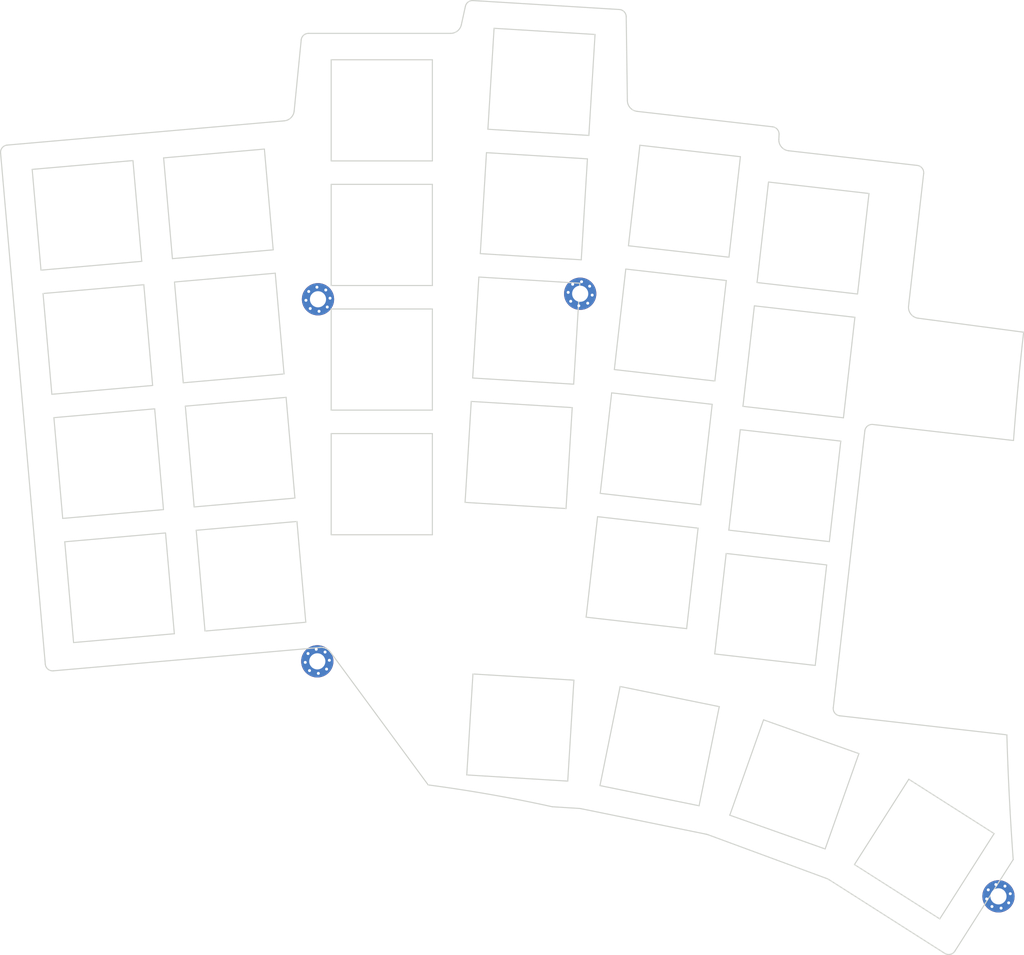
<source format=kicad_pcb>


(kicad_pcb (version 20171130) (host pcbnew 5.1.6)

  (page A3)
  (title_block
    (title "platepcb")
    (rev "v1.0.0")
    (company "Unknown")
  )

  (general
    (thickness 1.6)
  )

  (layers
    (0 F.Cu signal)
    (31 B.Cu signal)
    (32 B.Adhes user)
    (33 F.Adhes user)
    (34 B.Paste user)
    (35 F.Paste user)
    (36 B.SilkS user)
    (37 F.SilkS user)
    (38 B.Mask user)
    (39 F.Mask user)
    (40 Dwgs.User user)
    (41 Cmts.User user)
    (42 Eco1.User user)
    (43 Eco2.User user)
    (44 Edge.Cuts user)
    (45 Margin user)
    (46 B.CrtYd user)
    (47 F.CrtYd user)
    (48 B.Fab user)
    (49 F.Fab user)
  )

  (setup
    (last_trace_width 0.25)
    (trace_clearance 0.2)
    (zone_clearance 0.508)
    (zone_45_only no)
    (trace_min 0.2)
    (via_size 0.8)
    (via_drill 0.4)
    (via_min_size 0.4)
    (via_min_drill 0.3)
    (uvia_size 0.3)
    (uvia_drill 0.1)
    (uvias_allowed no)
    (uvia_min_size 0.2)
    (uvia_min_drill 0.1)
    (edge_width 0.05)
    (segment_width 0.2)
    (pcb_text_width 0.3)
    (pcb_text_size 1.5 1.5)
    (mod_edge_width 0.12)
    (mod_text_size 1 1)
    (mod_text_width 0.15)
    (pad_size 1.524 1.524)
    (pad_drill 0.762)
    (pad_to_mask_clearance 0.05)
    (aux_axis_origin 0 0)
    (visible_elements FFFFFF7F)
    (pcbplotparams
      (layerselection 0x010fc_ffffffff)
      (usegerberextensions false)
      (usegerberattributes true)
      (usegerberadvancedattributes true)
      (creategerberjobfile true)
      (excludeedgelayer true)
      (linewidth 0.100000)
      (plotframeref false)
      (viasonmask false)
      (mode 1)
      (useauxorigin false)
      (hpglpennumber 1)
      (hpglpenspeed 20)
      (hpglpendiameter 15.000000)
      (psnegative false)
      (psa4output false)
      (plotreference true)
      (plotvalue true)
      (plotinvisibletext false)
      (padsonsilk false)
      (subtractmaskfromsilk false)
      (outputformat 1)
      (mirror false)
      (drillshape 1)
      (scaleselection 1)
      (outputdirectory ""))
  )

  (net 0 "")

  (net_class Default "This is the default net class."
    (clearance 0.2)
    (trace_width 0.25)
    (via_dia 0.8)
    (via_drill 0.4)
    (uvia_dia 0.3)
    (uvia_drill 0.1)
    (add_net "")
  )

  
    (module "MountingHole_2.2mm_M2_Pad_Via" (version 20210722) (generator pcbnew) (layer "F.Cu")
      (tedit 56DDB9C7)
      (at 177.07262980000002 110.64069070000001 5) 
    
      (fp_text reference "_1" (at 0 -3.2) (layer "F.SilkS") hide 
        (effects (font (size 1 1) (thickness 0.15)))
        (tstamp b68bb25c-687d-44b1-b966-dad4cac66b35)
      )
    
      (fp_circle (center 0 0) (end 2.45 0) (layer "F.CrtYd") (width 0.05) (fill none) (tstamp b2688462-c375-45d3-9095-3425fb17c88f))
      (pad "1" thru_hole circle locked (at 1.166726 1.166726) (size 0.7 0.7) (drill 0.4) (layers *.Cu *.Mask) (tstamp 2a7fc905-328f-4bbb-9222-ca8d15d03a86))
      (pad "1" thru_hole circle locked (at 0 0) (size 4.4 4.4) (drill 2.2) (layers *.Cu *.Mask) (tstamp 47ee1d53-0551-4b6d-bc24-3f3f14c73c36))
      (pad "1" thru_hole circle locked (at 0 1.65) (size 0.7 0.7) (drill 0.4) (layers *.Cu *.Mask) (tstamp 4eef65bc-4add-40d7-8319-14dcdbae0d44))
      (pad "1" thru_hole circle locked (at 1.166726 -1.166726) (size 0.7 0.7) (drill 0.4) (layers *.Cu *.Mask) (tstamp 56155f4d-2ebc-4ad4-8d82-7aa7846deba8))
      (pad "1" thru_hole circle locked (at -1.65 0) (size 0.7 0.7) (drill 0.4) (layers *.Cu *.Mask) (tstamp 787d6162-1d3c-4def-859e-6532ce27c1ef))
      (pad "1" thru_hole circle locked (at -1.166726 -1.166726) (size 0.7 0.7) (drill 0.4) (layers *.Cu *.Mask) (tstamp 8d699d12-7099-4814-bbe6-11bc74c6e8b2))
      (pad "1" thru_hole circle locked (at -1.166726 1.166726) (size 0.7 0.7) (drill 0.4) (layers *.Cu *.Mask) (tstamp 95ab0420-a56b-46ee-98ad-5072a1a93a6f))
      (pad "1" thru_hole circle locked (at 1.65 0) (size 0.7 0.7) (drill 0.4) (layers *.Cu *.Mask) (tstamp cde0acf2-b3b4-46de-9f6e-3ab519744000))
      (pad "1" thru_hole circle locked (at 0 -1.65) (size 0.7 0.7) (drill 0.4) (layers *.Cu *.Mask) (tstamp ff0de415-ae11-46fb-b780-c24aee621212))
    )

    (module "MountingHole_2.2mm_M2_Pad_Via" (version 20210722) (generator pcbnew) (layer "F.Cu")
      (tedit 56DDB9C7)
      (at 176.9774356 160.0369552 5) 
    
      (fp_text reference "_2" (at 0 -3.2) (layer "F.SilkS") hide 
        (effects (font (size 1 1) (thickness 0.15)))
        (tstamp b68bb25c-687d-44b1-b966-dad4cac66b35)
      )
    
      (fp_circle (center 0 0) (end 2.45 0) (layer "F.CrtYd") (width 0.05) (fill none) (tstamp b2688462-c375-45d3-9095-3425fb17c88f))
      (pad "1" thru_hole circle locked (at 1.166726 1.166726) (size 0.7 0.7) (drill 0.4) (layers *.Cu *.Mask) (tstamp 2a7fc905-328f-4bbb-9222-ca8d15d03a86))
      (pad "1" thru_hole circle locked (at 0 0) (size 4.4 4.4) (drill 2.2) (layers *.Cu *.Mask) (tstamp 47ee1d53-0551-4b6d-bc24-3f3f14c73c36))
      (pad "1" thru_hole circle locked (at 0 1.65) (size 0.7 0.7) (drill 0.4) (layers *.Cu *.Mask) (tstamp 4eef65bc-4add-40d7-8319-14dcdbae0d44))
      (pad "1" thru_hole circle locked (at 1.166726 -1.166726) (size 0.7 0.7) (drill 0.4) (layers *.Cu *.Mask) (tstamp 56155f4d-2ebc-4ad4-8d82-7aa7846deba8))
      (pad "1" thru_hole circle locked (at -1.65 0) (size 0.7 0.7) (drill 0.4) (layers *.Cu *.Mask) (tstamp 787d6162-1d3c-4def-859e-6532ce27c1ef))
      (pad "1" thru_hole circle locked (at -1.166726 -1.166726) (size 0.7 0.7) (drill 0.4) (layers *.Cu *.Mask) (tstamp 8d699d12-7099-4814-bbe6-11bc74c6e8b2))
      (pad "1" thru_hole circle locked (at -1.166726 1.166726) (size 0.7 0.7) (drill 0.4) (layers *.Cu *.Mask) (tstamp 95ab0420-a56b-46ee-98ad-5072a1a93a6f))
      (pad "1" thru_hole circle locked (at 1.65 0) (size 0.7 0.7) (drill 0.4) (layers *.Cu *.Mask) (tstamp cde0acf2-b3b4-46de-9f6e-3ab519744000))
      (pad "1" thru_hole circle locked (at 0 -1.65) (size 0.7 0.7) (drill 0.4) (layers *.Cu *.Mask) (tstamp ff0de415-ae11-46fb-b780-c24aee621212))
    )

    (module "MountingHole_2.2mm_M2_Pad_Via" (version 20210722) (generator pcbnew) (layer "F.Cu")
      (tedit 56DDB9C7)
      (at 212.8426427 109.88855599999998 -6.5) 
    
      (fp_text reference "_3" (at 0 -3.2) (layer "F.SilkS") hide 
        (effects (font (size 1 1) (thickness 0.15)))
        (tstamp b68bb25c-687d-44b1-b966-dad4cac66b35)
      )
    
      (fp_circle (center 0 0) (end 2.45 0) (layer "F.CrtYd") (width 0.05) (fill none) (tstamp b2688462-c375-45d3-9095-3425fb17c88f))
      (pad "1" thru_hole circle locked (at 1.166726 1.166726) (size 0.7 0.7) (drill 0.4) (layers *.Cu *.Mask) (tstamp 2a7fc905-328f-4bbb-9222-ca8d15d03a86))
      (pad "1" thru_hole circle locked (at 0 0) (size 4.4 4.4) (drill 2.2) (layers *.Cu *.Mask) (tstamp 47ee1d53-0551-4b6d-bc24-3f3f14c73c36))
      (pad "1" thru_hole circle locked (at 0 1.65) (size 0.7 0.7) (drill 0.4) (layers *.Cu *.Mask) (tstamp 4eef65bc-4add-40d7-8319-14dcdbae0d44))
      (pad "1" thru_hole circle locked (at 1.166726 -1.166726) (size 0.7 0.7) (drill 0.4) (layers *.Cu *.Mask) (tstamp 56155f4d-2ebc-4ad4-8d82-7aa7846deba8))
      (pad "1" thru_hole circle locked (at -1.65 0) (size 0.7 0.7) (drill 0.4) (layers *.Cu *.Mask) (tstamp 787d6162-1d3c-4def-859e-6532ce27c1ef))
      (pad "1" thru_hole circle locked (at -1.166726 -1.166726) (size 0.7 0.7) (drill 0.4) (layers *.Cu *.Mask) (tstamp 8d699d12-7099-4814-bbe6-11bc74c6e8b2))
      (pad "1" thru_hole circle locked (at -1.166726 1.166726) (size 0.7 0.7) (drill 0.4) (layers *.Cu *.Mask) (tstamp 95ab0420-a56b-46ee-98ad-5072a1a93a6f))
      (pad "1" thru_hole circle locked (at 1.65 0) (size 0.7 0.7) (drill 0.4) (layers *.Cu *.Mask) (tstamp cde0acf2-b3b4-46de-9f6e-3ab519744000))
      (pad "1" thru_hole circle locked (at 0 -1.65) (size 0.7 0.7) (drill 0.4) (layers *.Cu *.Mask) (tstamp ff0de415-ae11-46fb-b780-c24aee621212))
    )

    (module "MountingHole_2.2mm_M2_Pad_Via" (version 20210722) (generator pcbnew) (layer "F.Cu")
      (tedit 56DDB9C7)
      (at 269.9068348 192.09765050000001 -32.5) 
    
      (fp_text reference "_4" (at 0 -3.2) (layer "F.SilkS") hide 
        (effects (font (size 1 1) (thickness 0.15)))
        (tstamp b68bb25c-687d-44b1-b966-dad4cac66b35)
      )
    
      (fp_circle (center 0 0) (end 2.45 0) (layer "F.CrtYd") (width 0.05) (fill none) (tstamp b2688462-c375-45d3-9095-3425fb17c88f))
      (pad "1" thru_hole circle locked (at 1.166726 1.166726) (size 0.7 0.7) (drill 0.4) (layers *.Cu *.Mask) (tstamp 2a7fc905-328f-4bbb-9222-ca8d15d03a86))
      (pad "1" thru_hole circle locked (at 0 0) (size 4.4 4.4) (drill 2.2) (layers *.Cu *.Mask) (tstamp 47ee1d53-0551-4b6d-bc24-3f3f14c73c36))
      (pad "1" thru_hole circle locked (at 0 1.65) (size 0.7 0.7) (drill 0.4) (layers *.Cu *.Mask) (tstamp 4eef65bc-4add-40d7-8319-14dcdbae0d44))
      (pad "1" thru_hole circle locked (at 1.166726 -1.166726) (size 0.7 0.7) (drill 0.4) (layers *.Cu *.Mask) (tstamp 56155f4d-2ebc-4ad4-8d82-7aa7846deba8))
      (pad "1" thru_hole circle locked (at -1.65 0) (size 0.7 0.7) (drill 0.4) (layers *.Cu *.Mask) (tstamp 787d6162-1d3c-4def-859e-6532ce27c1ef))
      (pad "1" thru_hole circle locked (at -1.166726 -1.166726) (size 0.7 0.7) (drill 0.4) (layers *.Cu *.Mask) (tstamp 8d699d12-7099-4814-bbe6-11bc74c6e8b2))
      (pad "1" thru_hole circle locked (at -1.166726 1.166726) (size 0.7 0.7) (drill 0.4) (layers *.Cu *.Mask) (tstamp 95ab0420-a56b-46ee-98ad-5072a1a93a6f))
      (pad "1" thru_hole circle locked (at 1.65 0) (size 0.7 0.7) (drill 0.4) (layers *.Cu *.Mask) (tstamp cde0acf2-b3b4-46de-9f6e-3ab519744000))
      (pad "1" thru_hole circle locked (at 0 -1.65) (size 0.7 0.7) (drill 0.4) (layers *.Cu *.Mask) (tstamp ff0de415-ae11-46fb-b780-c24aee621212))
    )
  (gr_line (start 134.67797499999998 89.60558340000003) (end 172.4600529970811 86.30007989360845) (angle 90) (layer Edge.Cuts) (width 0.15))
(gr_arc (start 134.7651307 90.60177810000002) (end 134.67797499999998 89.60558340000001) (angle -89.99999740653276) (layer Edge.Cuts) (width 0.15))
(gr_line (start 133.768936 90.68893380000002) (end 139.8698379 160.42256280000004) (angle 90) (layer Edge.Cuts) (width 0.15))
(gr_arc (start 140.86603259999998 160.3354071) (end 139.8698379 160.4225628) (angle -89.9999976353526) (layer Edge.Cuts) (width 0.15))
(gr_line (start 140.95318830000002 161.3316018) (end 177.4096040640087 158.14207863275004) (angle 90) (layer Edge.Cuts) (width 0.15))
(gr_line (start 178.7484316339167 158.74726496990414) (end 192.1068444 176.89833390000004) (angle 90) (layer Edge.Cuts) (width 0.15))
(gr_line (start 209.0202082 179.87462880000004) (end 212.72973815546845 180.1062919179209) (angle 90) (layer Edge.Cuts) (width 0.15))
(gr_line (start 212.93606628784607 180.1336453191064) (end 230.0520978835857 183.6252837325173) (angle 90) (layer Edge.Cuts) (width 0.15))
(gr_line (start 230.27141918938662 183.6877150409578) (end 246.49344885210547 189.671917465043) (angle 90) (layer Edge.Cuts) (width 0.15))
(gr_line (start 246.78025475341 189.81412907767677) (end 262.5784061 199.8786614) (angle 90) (layer Edge.Cuts) (width 0.15))
(gr_arc (start 263.1157057 199.03527000000003) (end 262.5784061 199.87866140000003) (angle -89.99999879609211) (layer Edge.Cuts) (width 0.15))
(gr_line (start 263.95909709999995 199.57256960000004) (end 271.9175309999999 187.0803312) (angle 90) (layer Edge.Cuts) (width 0.15))
(gr_line (start 273.33766889999987 115.13740969999998) (end 258.933419044327 113.22354726339525) (angle 90) (layer Edge.Cuts) (width 0.15))
(gr_line (start 257.6406268567425 111.56681007075395) (end 259.70049409999996 93.48758759999998) (angle 90) (layer Edge.Cuts) (width 0.15))
(gr_arc (start 258.70692219999995 93.37438439999997) (end 259.70049409999996 93.48758759999997) (angle -90.00000117584568) (layer Edge.Cuts) (width 0.15))
(gr_line (start 258.8201254 92.38081249999998) (end 241.27253629778286 90.38151723828996) (angle 90) (layer Edge.Cuts) (width 0.15))
(gr_line (start 239.94398898747815 88.8208679374302) (end 239.97528169999998 88.15382489999998) (angle 90) (layer Edge.Cuts) (width 0.15))
(gr_arc (start 238.97638029999996 88.10696389999998) (end 239.97528169999995 88.15382489999999) (angle -86.18592491002164) (layer Edge.Cuts) (width 0.15))
(gr_line (start 239.08958349999997 87.11339199999998) (end 220.60973485872958 85.00787924539718) (angle 90) (layer Edge.Cuts) (width 0.15))
(gr_line (start 219.27968195173816 83.53818094546477) (end 219.12207709999998 72.09627269999997) (angle 90) (layer Edge.Cuts) (width 0.15))
(gr_arc (start 218.12217199999998 72.11004569999997) (end 219.12207709999998 72.09627269999997) (angle -85.71084003887454) (layer Edge.Cuts) (width 0.15))
(gr_line (start 218.18322049999995 71.1119109) (end 198.22052449999995 69.8909401) (angle 90) (layer Edge.Cuts) (width 0.15))
(gr_arc (start 198.15947599999996 70.8890749) (end 198.22052449999995 69.8909401) (angle -81.10899497853448) (layer Edge.Cuts) (width 0.15))
(gr_line (start 197.18276999999995 70.6744929) (end 196.63053758877606 73.18807160000006) (angle 90) (layer Edge.Cuts) (width 0.15))
(gr_line (start 195.16547858877607 74.36619859999999) (end 175.77585340000002 74.36619859999999) (angle 90) (layer Edge.Cuts) (width 0.15))
(gr_arc (start 175.77585340000002 75.36619859999999) (end 175.77585340000002 74.36619859999999) (angle -84.3473550027) (layer Edge.Cuts) (width 0.15))
(gr_line (start 174.7807161 75.26770129999998) (end 173.82202545545826 84.95353384427358) (angle 90) (layer Edge.Cuts) (width 0.15))
(gr_arc (start 177.54033761004732 159.63637063747106) (end 178.7484316100473 158.74726493747107) (angle -58.648514611036056) (layer Edge.Cuts) (width 0.15))
(gr_arc (start 212.6362440496361 181.60337541131162) (end 212.9360662496361 180.13364531131162) (angle -7.956501254917953) (layer Edge.Cuts) (width 0.15))
(gr_arc (start 229.75227564537573 185.0950138247225) (end 230.27141924537574 183.6877150247225) (angle -8.71866669493862) (layer Edge.Cuts) (width 0.15))
(gr_arc (start 245.97430530809459 191.0792162488077) (end 246.7802547080946 189.8141290488077) (angle -12.251304996884329) (layer Edge.Cuts) (width 0.15))
(gr_arc (start 259.13098465738324 111.73661486513001) (end 257.6406268573832 111.56681006513001) (angle -88.93155766137662) (layer Edge.Cuts) (width 0.15))
(gr_arc (start 241.4423410921591 88.89115943764921) (end 239.9439889921591 88.82086793764921) (angle -86.1859222869947) (layer Edge.Cuts) (width 0.15))
(gr_arc (start 220.77953965310581 83.51752144475644) (end 219.2796819531058 83.53818094475643) (angle -82.7108413109689) (layer Edge.Cuts) (width 0.15))
(gr_arc (start 195.16547858877607 72.86619859999996) (end 195.16547858877607 74.36619859999996) (angle -77.6089949574494) (layer Edge.Cuts) (width 0.15))
(gr_arc (start 172.32931945104247 84.80578788888738) (end 172.46005305104248 86.30007998888738) (angle -79.3473574521609) (layer Edge.Cuts) (width 0.15))
(gr_arc (start 165.933481 375.1783255) (end 209.0202082 179.87462880000004) (angle -4.921283798602872) (layer Edge.Cuts) (width 0.15))
(gr_arc (start 660.8888649999999 158.77306499999997) (end 273.33766889999987 115.13740969999998) (angle -2.1797493976628175) (layer Edge.Cuts) (width 0.15))
(gr_arc (start 660.8888649999999 158.77306499999997) (end 271.0523680999999 170.06490609999997) (angle -2.5032027930059257) (layer Edge.Cuts) (width 0.15))
(gr_line (start 248.25217819999997 167.4671526) (end 271.0523680999999 170.06490609999997) (angle 90) (layer Edge.Cuts) (width 0.15))
(gr_line (start 271.9584265999999 129.90934889999997) (end 252.78030679999998 127.72427839999999) (angle 90) (layer Edge.Cuts) (width 0.15))
(gr_arc (start 252.6671036 128.7178502) (end 252.78030679999998 127.72427829999998) (angle -90) (layer Edge.Cuts) (width 0.15))
(gr_line (start 251.67353169999998 128.604647) (end 247.37180959999998 166.3603776) (angle 90) (layer Edge.Cuts) (width 0.15))
(gr_arc (start 248.36538149999998 166.47358079999998) (end 247.37180959999998 166.3603776) (angle -90) (layer Edge.Cuts) (width 0.15))
(gr_line (start 143.7276312 157.475118) (end 157.475118 156.2723688) (angle 90) (layer Edge.Cuts) (width 0.15))
(gr_line (start 157.475118 156.2723688) (end 156.27236879999998 142.524882) (angle 90) (layer Edge.Cuts) (width 0.15))
(gr_line (start 156.27236879999998 142.524882) (end 142.524882 143.72763120000002) (angle 90) (layer Edge.Cuts) (width 0.15))
(gr_line (start 142.524882 143.72763120000002) (end 143.7276312 157.475118) (angle 90) (layer Edge.Cuts) (width 0.15))
(gr_line (start 142.2459836 140.53980810000002) (end 155.99347039999998 139.33705890000002) (angle 90) (layer Edge.Cuts) (width 0.15))
(gr_line (start 155.99347039999998 139.33705890000002) (end 154.7907212 125.58957210000001) (angle 90) (layer Edge.Cuts) (width 0.15))
(gr_line (start 154.7907212 125.58957210000001) (end 141.0432344 126.79232130000001) (angle 90) (layer Edge.Cuts) (width 0.15))
(gr_line (start 141.0432344 126.79232130000001) (end 142.2459836 140.53980810000002) (angle 90) (layer Edge.Cuts) (width 0.15))
(gr_line (start 140.764336 123.60449820000002) (end 154.5118228 122.40174900000002) (angle 90) (layer Edge.Cuts) (width 0.15))
(gr_line (start 154.5118228 122.40174900000002) (end 153.30907359999998 108.65426220000002) (angle 90) (layer Edge.Cuts) (width 0.15))
(gr_line (start 153.30907359999998 108.65426220000002) (end 139.5615868 109.85701140000002) (angle 90) (layer Edge.Cuts) (width 0.15))
(gr_line (start 139.5615868 109.85701140000002) (end 140.764336 123.60449820000002) (angle 90) (layer Edge.Cuts) (width 0.15))
(gr_line (start 139.28268839999998 106.66918830000003) (end 153.03017519999997 105.46643910000003) (angle 90) (layer Edge.Cuts) (width 0.15))
(gr_line (start 153.03017519999997 105.46643910000003) (end 151.827426 91.71895230000003) (angle 90) (layer Edge.Cuts) (width 0.15))
(gr_line (start 151.827426 91.71895230000003) (end 138.07993919999998 92.92170150000003) (angle 90) (layer Edge.Cuts) (width 0.15))
(gr_line (start 138.07993919999998 92.92170150000003) (end 139.28268839999998 106.66918830000003) (angle 90) (layer Edge.Cuts) (width 0.15))
(gr_line (start 161.6591358 155.9063146) (end 175.4066226 154.7035654) (angle 90) (layer Edge.Cuts) (width 0.15))
(gr_line (start 175.4066226 154.7035654) (end 174.20387340000002 140.9560786) (angle 90) (layer Edge.Cuts) (width 0.15))
(gr_line (start 174.20387340000002 140.9560786) (end 160.4563866 142.15882779999998) (angle 90) (layer Edge.Cuts) (width 0.15))
(gr_line (start 160.4563866 142.15882779999998) (end 161.6591358 155.9063146) (angle 90) (layer Edge.Cuts) (width 0.15))
(gr_line (start 160.1774882 138.9710047) (end 173.92497500000002 137.7682555) (angle 90) (layer Edge.Cuts) (width 0.15))
(gr_line (start 173.92497500000002 137.7682555) (end 172.7222258 124.0207687) (angle 90) (layer Edge.Cuts) (width 0.15))
(gr_line (start 172.7222258 124.0207687) (end 158.974739 125.2235179) (angle 90) (layer Edge.Cuts) (width 0.15))
(gr_line (start 158.974739 125.2235179) (end 160.1774882 138.9710047) (angle 90) (layer Edge.Cuts) (width 0.15))
(gr_line (start 158.6958406 122.03569480000002) (end 172.4433274 120.83294560000002) (angle 90) (layer Edge.Cuts) (width 0.15))
(gr_line (start 172.4433274 120.83294560000002) (end 171.24057820000002 107.08545880000001) (angle 90) (layer Edge.Cuts) (width 0.15))
(gr_line (start 171.24057820000002 107.08545880000001) (end 157.4930914 108.28820800000001) (angle 90) (layer Edge.Cuts) (width 0.15))
(gr_line (start 157.4930914 108.28820800000001) (end 158.6958406 122.03569480000002) (angle 90) (layer Edge.Cuts) (width 0.15))
(gr_line (start 157.214193 105.10038490000002) (end 170.9616798 103.89763570000002) (angle 90) (layer Edge.Cuts) (width 0.15))
(gr_line (start 170.9616798 103.89763570000002) (end 169.75893059999999 90.15014890000002) (angle 90) (layer Edge.Cuts) (width 0.15))
(gr_line (start 169.75893059999999 90.15014890000002) (end 156.0114438 91.35289810000002) (angle 90) (layer Edge.Cuts) (width 0.15))
(gr_line (start 156.0114438 91.35289810000002) (end 157.214193 105.10038490000002) (angle 90) (layer Edge.Cuts) (width 0.15))
(gr_line (start 178.8758534 142.7661986) (end 192.67585340000002 142.7661986) (angle 90) (layer Edge.Cuts) (width 0.15))
(gr_line (start 192.67585340000002 142.7661986) (end 192.67585340000002 128.96619859999998) (angle 90) (layer Edge.Cuts) (width 0.15))
(gr_line (start 192.67585340000002 128.96619859999998) (end 178.8758534 128.96619859999998) (angle 90) (layer Edge.Cuts) (width 0.15))
(gr_line (start 178.8758534 128.96619859999998) (end 178.8758534 142.7661986) (angle 90) (layer Edge.Cuts) (width 0.15))
(gr_line (start 178.8758534 125.7661986) (end 192.67585340000002 125.7661986) (angle 90) (layer Edge.Cuts) (width 0.15))
(gr_line (start 192.67585340000002 125.7661986) (end 192.67585340000002 111.9661986) (angle 90) (layer Edge.Cuts) (width 0.15))
(gr_line (start 192.67585340000002 111.9661986) (end 178.8758534 111.9661986) (angle 90) (layer Edge.Cuts) (width 0.15))
(gr_line (start 178.8758534 111.9661986) (end 178.8758534 125.7661986) (angle 90) (layer Edge.Cuts) (width 0.15))
(gr_line (start 178.8758534 108.7661986) (end 192.67585340000002 108.7661986) (angle 90) (layer Edge.Cuts) (width 0.15))
(gr_line (start 192.67585340000002 108.7661986) (end 192.67585340000002 94.9661986) (angle 90) (layer Edge.Cuts) (width 0.15))
(gr_line (start 192.67585340000002 94.9661986) (end 178.8758534 94.9661986) (angle 90) (layer Edge.Cuts) (width 0.15))
(gr_line (start 178.8758534 94.9661986) (end 178.8758534 108.7661986) (angle 90) (layer Edge.Cuts) (width 0.15))
(gr_line (start 178.8758534 91.7661986) (end 192.67585340000002 91.7661986) (angle 90) (layer Edge.Cuts) (width 0.15))
(gr_line (start 192.67585340000002 91.7661986) (end 192.67585340000002 77.9661986) (angle 90) (layer Edge.Cuts) (width 0.15))
(gr_line (start 192.67585340000002 77.9661986) (end 178.8758534 77.9661986) (angle 90) (layer Edge.Cuts) (width 0.15))
(gr_line (start 178.8758534 77.9661986) (end 178.8758534 91.7661986) (angle 90) (layer Edge.Cuts) (width 0.15))
(gr_line (start 197.1390223 138.3526109) (end 210.9132825 139.1950807) (angle 90) (layer Edge.Cuts) (width 0.15))
(gr_line (start 210.9132825 139.1950807) (end 211.75575229999998 125.4208205) (angle 90) (layer Edge.Cuts) (width 0.15))
(gr_line (start 211.75575229999998 125.4208205) (end 197.9814921 124.5783507) (angle 90) (layer Edge.Cuts) (width 0.15))
(gr_line (start 197.9814921 124.5783507) (end 197.1390223 138.3526109) (angle 90) (layer Edge.Cuts) (width 0.15))
(gr_line (start 198.17684749999998 121.3843193) (end 211.9511077 122.2267891) (angle 90) (layer Edge.Cuts) (width 0.15))
(gr_line (start 211.9511077 122.2267891) (end 212.79357749999997 108.4525289) (angle 90) (layer Edge.Cuts) (width 0.15))
(gr_line (start 212.79357749999997 108.4525289) (end 199.01931729999998 107.6100591) (angle 90) (layer Edge.Cuts) (width 0.15))
(gr_line (start 199.01931729999998 107.6100591) (end 198.17684749999998 121.3843193) (angle 90) (layer Edge.Cuts) (width 0.15))
(gr_line (start 199.21467269999997 104.4160277) (end 212.98893289999998 105.2584975) (angle 90) (layer Edge.Cuts) (width 0.15))
(gr_line (start 212.98893289999998 105.2584975) (end 213.83140269999996 91.4842373) (angle 90) (layer Edge.Cuts) (width 0.15))
(gr_line (start 213.83140269999996 91.4842373) (end 200.05714249999997 90.6417675) (angle 90) (layer Edge.Cuts) (width 0.15))
(gr_line (start 200.05714249999997 90.6417675) (end 199.21467269999997 104.4160277) (angle 90) (layer Edge.Cuts) (width 0.15))
(gr_line (start 200.25249789999995 87.4477361) (end 214.02675809999997 88.2902059) (angle 90) (layer Edge.Cuts) (width 0.15))
(gr_line (start 214.02675809999997 88.2902059) (end 214.86922789999994 74.5159457) (angle 90) (layer Edge.Cuts) (width 0.15))
(gr_line (start 214.86922789999994 74.5159457) (end 201.09496769999996 73.6734759) (angle 90) (layer Edge.Cuts) (width 0.15))
(gr_line (start 201.09496769999996 73.6734759) (end 200.25249789999995 87.4477361) (angle 90) (layer Edge.Cuts) (width 0.15))
(gr_line (start 213.6527189 154.0139032) (end 227.3640105 155.5761076) (angle 90) (layer Edge.Cuts) (width 0.15))
(gr_line (start 227.3640105 155.5761076) (end 228.9262149 141.864816) (angle 90) (layer Edge.Cuts) (width 0.15))
(gr_line (start 228.9262149 141.864816) (end 215.2149233 140.3026116) (angle 90) (layer Edge.Cuts) (width 0.15))
(gr_line (start 215.2149233 140.3026116) (end 213.6527189 154.0139032) (angle 90) (layer Edge.Cuts) (width 0.15))
(gr_line (start 215.5771735 137.12318169999998) (end 229.2884651 138.6853861) (angle 90) (layer Edge.Cuts) (width 0.15))
(gr_line (start 229.2884651 138.6853861) (end 230.85066949999998 124.97409449999998) (angle 90) (layer Edge.Cuts) (width 0.15))
(gr_line (start 230.85066949999998 124.97409449999998) (end 217.1393779 123.41189009999998) (angle 90) (layer Edge.Cuts) (width 0.15))
(gr_line (start 217.1393779 123.41189009999998) (end 215.5771735 137.12318169999998) (angle 90) (layer Edge.Cuts) (width 0.15))
(gr_line (start 217.50162809999998 120.23246019999999) (end 231.2129197 121.79466459999999) (angle 90) (layer Edge.Cuts) (width 0.15))
(gr_line (start 231.2129197 121.79466459999999) (end 232.77512409999997 108.08337299999998) (angle 90) (layer Edge.Cuts) (width 0.15))
(gr_line (start 232.77512409999997 108.08337299999998) (end 219.0638325 106.52116859999998) (angle 90) (layer Edge.Cuts) (width 0.15))
(gr_line (start 219.0638325 106.52116859999998) (end 217.50162809999998 120.23246019999999) (angle 90) (layer Edge.Cuts) (width 0.15))
(gr_line (start 219.42608269999997 103.34173869999998) (end 233.13737429999998 104.90394309999999) (angle 90) (layer Edge.Cuts) (width 0.15))
(gr_line (start 233.13737429999998 104.90394309999999) (end 234.69957869999996 91.19265149999998) (angle 90) (layer Edge.Cuts) (width 0.15))
(gr_line (start 234.69957869999996 91.19265149999998) (end 220.98828709999998 89.63044709999998) (angle 90) (layer Edge.Cuts) (width 0.15))
(gr_line (start 220.98828709999998 89.63044709999998) (end 219.42608269999997 103.34173869999998) (angle 90) (layer Edge.Cuts) (width 0.15))
(gr_line (start 231.1974027 159.0322766) (end 244.9086943 160.594481) (angle 90) (layer Edge.Cuts) (width 0.15))
(gr_line (start 244.9086943 160.594481) (end 246.4708987 146.8831894) (angle 90) (layer Edge.Cuts) (width 0.15))
(gr_line (start 246.4708987 146.8831894) (end 232.7596071 145.320985) (angle 90) (layer Edge.Cuts) (width 0.15))
(gr_line (start 232.7596071 145.320985) (end 231.1974027 159.0322766) (angle 90) (layer Edge.Cuts) (width 0.15))
(gr_line (start 233.1218573 142.14155509999998) (end 246.8331489 143.7037595) (angle 90) (layer Edge.Cuts) (width 0.15))
(gr_line (start 246.8331489 143.7037595) (end 248.39535329999998 129.99246789999998) (angle 90) (layer Edge.Cuts) (width 0.15))
(gr_line (start 248.39535329999998 129.99246789999998) (end 234.6840617 128.4302635) (angle 90) (layer Edge.Cuts) (width 0.15))
(gr_line (start 234.6840617 128.4302635) (end 233.1218573 142.14155509999998) (angle 90) (layer Edge.Cuts) (width 0.15))
(gr_line (start 235.04631189999998 125.25083359999999) (end 248.7576035 126.81303799999999) (angle 90) (layer Edge.Cuts) (width 0.15))
(gr_line (start 248.7576035 126.81303799999999) (end 250.31980789999997 113.10174639999998) (angle 90) (layer Edge.Cuts) (width 0.15))
(gr_line (start 250.31980789999997 113.10174639999998) (end 236.6085163 111.53954199999998) (angle 90) (layer Edge.Cuts) (width 0.15))
(gr_line (start 236.6085163 111.53954199999998) (end 235.04631189999998 125.25083359999999) (angle 90) (layer Edge.Cuts) (width 0.15))
(gr_line (start 236.97076649999997 108.36011209999998) (end 250.68205809999998 109.9223165) (angle 90) (layer Edge.Cuts) (width 0.15))
(gr_line (start 250.68205809999998 109.9223165) (end 252.24426249999996 96.21102489999998) (angle 90) (layer Edge.Cuts) (width 0.15))
(gr_line (start 252.24426249999996 96.21102489999998) (end 238.53297089999998 94.64882049999999) (angle 90) (layer Edge.Cuts) (width 0.15))
(gr_line (start 238.53297089999998 94.64882049999999) (end 236.97076649999997 108.36011209999998) (angle 90) (layer Edge.Cuts) (width 0.15))
(gr_line (start 197.3694585 175.5360333) (end 211.14371870000002 176.37850310000002) (angle 90) (layer Edge.Cuts) (width 0.15))
(gr_line (start 211.14371870000002 176.37850310000002) (end 211.98618850000003 162.6042429) (angle 90) (layer Edge.Cuts) (width 0.15))
(gr_line (start 211.98618850000003 162.6042429) (end 198.2119283 161.76177310000003) (angle 90) (layer Edge.Cuts) (width 0.15))
(gr_line (start 198.2119283 161.76177310000003) (end 197.3694585 175.5360333) (angle 90) (layer Edge.Cuts) (width 0.15))
(gr_line (start 215.5417912 176.98994150000004) (end 229.0647521 179.74121900000003) (angle 90) (layer Edge.Cuts) (width 0.15))
(gr_line (start 229.0647521 179.74121900000003) (end 231.8160296 166.21825810000004) (angle 90) (layer Edge.Cuts) (width 0.15))
(gr_line (start 231.8160296 166.21825810000004) (end 218.2930687 163.46698060000003) (angle 90) (layer Edge.Cuts) (width 0.15))
(gr_line (start 218.2930687 163.46698060000003) (end 215.5417912 176.98994150000004) (angle 90) (layer Edge.Cuts) (width 0.15))
(gr_line (start 233.25277709999997 181.02794760000003) (end 246.26122969999997 185.63448220000004) (angle 90) (layer Edge.Cuts) (width 0.15))
(gr_line (start 246.26122969999997 185.63448220000004) (end 250.86776429999998 172.62602960000004) (angle 90) (layer Edge.Cuts) (width 0.15))
(gr_line (start 250.86776429999998 172.62602960000004) (end 237.85931169999998 168.01949500000003) (angle 90) (layer Edge.Cuts) (width 0.15))
(gr_line (start 237.85931169999998 168.01949500000003) (end 233.25277709999997 181.02794760000003) (angle 90) (layer Edge.Cuts) (width 0.15))
(gr_line (start 250.25936919999998 187.76208890000004) (end 261.8981712 195.17682350000004) (angle 90) (layer Edge.Cuts) (width 0.15))
(gr_line (start 261.8981712 195.17682350000004) (end 269.3129058 183.53802150000004) (angle 90) (layer Edge.Cuts) (width 0.15))
(gr_line (start 269.3129058 183.53802150000004) (end 257.6741038 176.12328690000004) (angle 90) (layer Edge.Cuts) (width 0.15))
(gr_line (start 257.6741038 176.12328690000004) (end 250.25936919999998 187.76208890000004) (angle 90) (layer Edge.Cuts) (width 0.15))

)


</source>
